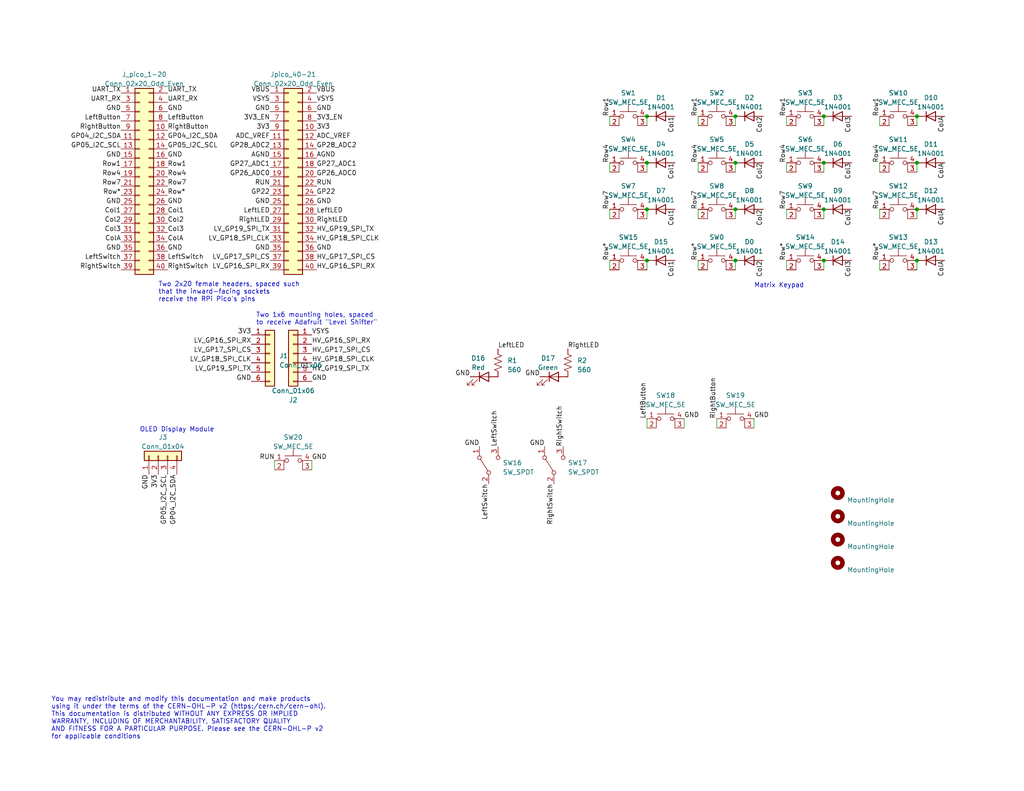
<source format=kicad_sch>
(kicad_sch (version 20230121) (generator eeschema)
  (paper "USLetter")
  (title_block (title "Cow Pi") (date "2023-07-30") (rev "mk3c") (comment 1 "This source describes Open Hardware and is licensed under the CERN-OHLP v2.") (comment 2 "Copyright (c) 2023 Christopher A. Bohn") (comment 3 "Display Module: I2c-controlled, pre-packaged SSD13xx 128x64 OLED graphic display") (comment 4 "Microcontroller: Raspberry Pi Pico -- 3.3V with GP16-GP19 pins boosted to 5V"))
  (lib_symbols
    (symbol "Connector_Generic:Conn_01x04" (pin_names (offset 1.016) hide)
      (property "Reference" "J" (at 0 5.08 0))
      (property "Value" "Conn_01x04" (at 0 -7.62 0))
      (symbol "Conn_01x04_1_1"
        (rectangle (start -1.27 -4.953) (end 0 -5.207) (stroke (width 0.1524)))
        (rectangle (start -1.27 -2.413) (end 0 -2.667) (stroke (width 0.1524)))
        (rectangle (start -1.27 0.127) (end 0 -0.127) (stroke (width 0.1524)))
        (rectangle (start -1.27 2.667) (end 0 2.413) (stroke (width 0.1524)))
        (rectangle (start -1.27 3.81) (end 1.27 -6.35) (stroke (width 0.254)) (fill (type background)))
        (pin passive line (at -5.08 2.54 0) (length 3.81) (name "Pin_1") (number "1"))
        (pin passive line (at -5.08 0 0) (length 3.81) (name "Pin_2") (number "2"))
        (pin passive line (at -5.08 -2.54 0) (length 3.81) (name "Pin_3") (number "3"))
        (pin passive line (at -5.08 -5.08 0) (length 3.81) (name "Pin_4") (number "4"))
      )
    )
    (symbol "Connector_Generic:Conn_01x06" (pin_names (offset 1.016) hide)
      (property "Reference" "J" (at 0 7.62 0))
      (property "Value" "Conn_01x06" (at 0 -10.16 0))
      (symbol "Conn_01x06_1_1"
        (rectangle (start -1.27 -7.493) (end 0 -7.747) (stroke (width 0.1524)))
        (rectangle (start -1.27 -4.953) (end 0 -5.207) (stroke (width 0.1524)))
        (rectangle (start -1.27 -2.413) (end 0 -2.667) (stroke (width 0.1524)))
        (rectangle (start -1.27 0.127) (end 0 -0.127) (stroke (width 0.1524)))
        (rectangle (start -1.27 2.667) (end 0 2.413) (stroke (width 0.1524)))
        (rectangle (start -1.27 5.207) (end 0 4.953) (stroke (width 0.1524)))
        (rectangle (start -1.27 6.35) (end 1.27 -8.89) (stroke (width 0.254)) (fill (type background)))
        (pin passive line (at -5.08 5.08 0) (length 3.81) (name "Pin_1") (number "1"))
        (pin passive line (at -5.08 2.54 0) (length 3.81) (name "Pin_2") (number "2"))
        (pin passive line (at -5.08 0 0) (length 3.81) (name "Pin_3") (number "3"))
        (pin passive line (at -5.08 -2.54 0) (length 3.81) (name "Pin_4") (number "4"))
        (pin passive line (at -5.08 -5.08 0) (length 3.81) (name "Pin_5") (number "5"))
        (pin passive line (at -5.08 -7.62 0) (length 3.81) (name "Pin_6") (number "6"))
      )
    )
    (symbol "Connector_Generic:Conn_02x20_Odd_Even" (pin_names (offset 1.016) hide)
      (property "Reference" "J" (at 1.27 25.4 0))
      (property "Value" "Conn_02x20_Odd_Even" (at 1.27 -27.94 0))
      (symbol "Conn_02x20_Odd_Even_1_1"
        (rectangle (start -1.27 -25.273) (end 0 -25.527) (stroke (width 0.1524)))
        (rectangle (start -1.27 -22.733) (end 0 -22.987) (stroke (width 0.1524)))
        (rectangle (start -1.27 -20.193) (end 0 -20.447) (stroke (width 0.1524)))
        (rectangle (start -1.27 -17.653) (end 0 -17.907) (stroke (width 0.1524)))
        (rectangle (start -1.27 -15.113) (end 0 -15.367) (stroke (width 0.1524)))
        (rectangle (start -1.27 -12.573) (end 0 -12.827) (stroke (width 0.1524)))
        (rectangle (start -1.27 -10.033) (end 0 -10.287) (stroke (width 0.1524)))
        (rectangle (start -1.27 -7.493) (end 0 -7.747) (stroke (width 0.1524)))
        (rectangle (start -1.27 -4.953) (end 0 -5.207) (stroke (width 0.1524)))
        (rectangle (start -1.27 -2.413) (end 0 -2.667) (stroke (width 0.1524)))
        (rectangle (start -1.27 0.127) (end 0 -0.127) (stroke (width 0.1524)))
        (rectangle (start -1.27 2.667) (end 0 2.413) (stroke (width 0.1524)))
        (rectangle (start -1.27 5.207) (end 0 4.953) (stroke (width 0.1524)))
        (rectangle (start -1.27 7.747) (end 0 7.493) (stroke (width 0.1524)))
        (rectangle (start -1.27 10.287) (end 0 10.033) (stroke (width 0.1524)))
        (rectangle (start -1.27 12.827) (end 0 12.573) (stroke (width 0.1524)))
        (rectangle (start -1.27 15.367) (end 0 15.113) (stroke (width 0.1524)))
        (rectangle (start -1.27 17.907) (end 0 17.653) (stroke (width 0.1524)))
        (rectangle (start -1.27 20.447) (end 0 20.193) (stroke (width 0.1524)))
        (rectangle (start -1.27 22.987) (end 0 22.733) (stroke (width 0.1524)))
        (rectangle (start -1.27 24.13) (end 3.81 -26.67) (stroke (width 0.254)) (fill (type background)))
        (rectangle (start 3.81 -25.273) (end 2.54 -25.527) (stroke (width 0.1524)))
        (rectangle (start 3.81 -22.733) (end 2.54 -22.987) (stroke (width 0.1524)))
        (rectangle (start 3.81 -20.193) (end 2.54 -20.447) (stroke (width 0.1524)))
        (rectangle (start 3.81 -17.653) (end 2.54 -17.907) (stroke (width 0.1524)))
        (rectangle (start 3.81 -15.113) (end 2.54 -15.367) (stroke (width 0.1524)))
        (rectangle (start 3.81 -12.573) (end 2.54 -12.827) (stroke (width 0.1524)))
        (rectangle (start 3.81 -10.033) (end 2.54 -10.287) (stroke (width 0.1524)))
        (rectangle (start 3.81 -7.493) (end 2.54 -7.747) (stroke (width 0.1524)))
        (rectangle (start 3.81 -4.953) (end 2.54 -5.207) (stroke (width 0.1524)))
        (rectangle (start 3.81 -2.413) (end 2.54 -2.667) (stroke (width 0.1524)))
        (rectangle (start 3.81 0.127) (end 2.54 -0.127) (stroke (width 0.1524)))
        (rectangle (start 3.81 2.667) (end 2.54 2.413) (stroke (width 0.1524)))
        (rectangle (start 3.81 5.207) (end 2.54 4.953) (stroke (width 0.1524)))
        (rectangle (start 3.81 7.747) (end 2.54 7.493) (stroke (width 0.1524)))
        (rectangle (start 3.81 10.287) (end 2.54 10.033) (stroke (width 0.1524)))
        (rectangle (start 3.81 12.827) (end 2.54 12.573) (stroke (width 0.1524)))
        (rectangle (start 3.81 15.367) (end 2.54 15.113) (stroke (width 0.1524)))
        (rectangle (start 3.81 17.907) (end 2.54 17.653) (stroke (width 0.1524)))
        (rectangle (start 3.81 20.447) (end 2.54 20.193) (stroke (width 0.1524)))
        (rectangle (start 3.81 22.987) (end 2.54 22.733) (stroke (width 0.1524)))
        (pin passive line (at -5.08 22.86 0) (length 3.81) (name "Pin_1") (number "1"))
        (pin passive line (at 7.62 12.7 180) (length 3.81) (name "Pin_10") (number "10"))
        (pin passive line (at -5.08 10.16 0) (length 3.81) (name "Pin_11") (number "11"))
        (pin passive line (at 7.62 10.16 180) (length 3.81) (name "Pin_12") (number "12"))
        (pin passive line (at -5.08 7.62 0) (length 3.81) (name "Pin_13") (number "13"))
        (pin passive line (at 7.62 7.62 180) (length 3.81) (name "Pin_14") (number "14"))
        (pin passive line (at -5.08 5.08 0) (length 3.81) (name "Pin_15") (number "15"))
        (pin passive line (at 7.62 5.08 180) (length 3.81) (name "Pin_16") (number "16"))
        (pin passive line (at -5.08 2.54 0) (length 3.81) (name "Pin_17") (number "17"))
        (pin passive line (at 7.62 2.54 180) (length 3.81) (name "Pin_18") (number "18"))
        (pin passive line (at -5.08 0 0) (length 3.81) (name "Pin_19") (number "19"))
        (pin passive line (at 7.62 22.86 180) (length 3.81) (name "Pin_2") (number "2"))
        (pin passive line (at 7.62 0 180) (length 3.81) (name "Pin_20") (number "20"))
        (pin passive line (at -5.08 -2.54 0) (length 3.81) (name "Pin_21") (number "21"))
        (pin passive line (at 7.62 -2.54 180) (length 3.81) (name "Pin_22") (number "22"))
        (pin passive line (at -5.08 -5.08 0) (length 3.81) (name "Pin_23") (number "23"))
        (pin passive line (at 7.62 -5.08 180) (length 3.81) (name "Pin_24") (number "24"))
        (pin passive line (at -5.08 -7.62 0) (length 3.81) (name "Pin_25") (number "25"))
        (pin passive line (at 7.62 -7.62 180) (length 3.81) (name "Pin_26") (number "26"))
        (pin passive line (at -5.08 -10.16 0) (length 3.81) (name "Pin_27") (number "27"))
        (pin passive line (at 7.62 -10.16 180) (length 3.81) (name "Pin_28") (number "28"))
        (pin passive line (at -5.08 -12.7 0) (length 3.81) (name "Pin_29") (number "29"))
        (pin passive line (at -5.08 20.32 0) (length 3.81) (name "Pin_3") (number "3"))
        (pin passive line (at 7.62 -12.7 180) (length 3.81) (name "Pin_30") (number "30"))
        (pin passive line (at -5.08 -15.24 0) (length 3.81) (name "Pin_31") (number "31"))
        (pin passive line (at 7.62 -15.24 180) (length 3.81) (name "Pin_32") (number "32"))
        (pin passive line (at -5.08 -17.78 0) (length 3.81) (name "Pin_33") (number "33"))
        (pin passive line (at 7.62 -17.78 180) (length 3.81) (name "Pin_34") (number "34"))
        (pin passive line (at -5.08 -20.32 0) (length 3.81) (name "Pin_35") (number "35"))
        (pin passive line (at 7.62 -20.32 180) (length 3.81) (name "Pin_36") (number "36"))
        (pin passive line (at -5.08 -22.86 0) (length 3.81) (name "Pin_37") (number "37"))
        (pin passive line (at 7.62 -22.86 180) (length 3.81) (name "Pin_38") (number "38"))
        (pin passive line (at -5.08 -25.4 0) (length 3.81) (name "Pin_39") (number "39"))
        (pin passive line (at 7.62 20.32 180) (length 3.81) (name "Pin_4") (number "4"))
        (pin passive line (at 7.62 -25.4 180) (length 3.81) (name "Pin_40") (number "40"))
        (pin passive line (at -5.08 17.78 0) (length 3.81) (name "Pin_5") (number "5"))
        (pin passive line (at 7.62 17.78 180) (length 3.81) (name "Pin_6") (number "6"))
        (pin passive line (at -5.08 15.24 0) (length 3.81) (name "Pin_7") (number "7"))
        (pin passive line (at 7.62 15.24 180) (length 3.81) (name "Pin_8") (number "8"))
        (pin passive line (at -5.08 12.7 0) (length 3.81) (name "Pin_9") (number "9"))
      )
    )
    (symbol "Device:LED" (pin_numbers hide) (pin_names (offset 1.016) hide)
      (property "Reference" "D" (at 0 2.54 0))
      (property "Value" "LED" (at 0 -2.54 0))
      (symbol "LED_0_1"
        (polyline (pts (xy -1.27 -1.27) (xy -1.27 1.27)) (stroke (width 0.254)))
        (polyline (pts (xy -1.27 0) (xy 1.27 0)))
        (polyline (pts (xy 1.27 -1.27) (xy 1.27 1.27) (xy -1.27 0) (xy 1.27 -1.27)) (stroke (width 0.254)))
        (polyline (pts (xy -3.048 -0.762) (xy -4.572 -2.286) (xy -3.81 -2.286) (xy -4.572 -2.286) (xy -4.572 -1.524)))
        (polyline (pts (xy -1.778 -0.762) (xy -3.302 -2.286) (xy -2.54 -2.286) (xy -3.302 -2.286) (xy -3.302 -1.524)))
      )
      (symbol "LED_1_1"
        (pin passive line (at -3.81 0 0) (length 2.54) (name "K") (number "1"))
        (pin passive line (at 3.81 0 180) (length 2.54) (name "A") (number "2"))
      )
    )
    (symbol "Device:R_US" (pin_numbers hide) (pin_names (offset 0))
      (property "Reference" "R" (at 2.54 0 90))
      (property "Value" "R_US" (at -2.54 0 90))
      (symbol "R_US_0_1"
        (polyline (pts (xy 0 -2.286) (xy 0 -2.54)))
        (polyline (pts (xy 0 2.286) (xy 0 2.54)))
        (polyline (pts (xy 0 -0.762) (xy 1.016 -1.143) (xy 0 -1.524) (xy -1.016 -1.905) (xy 0 -2.286)))
        (polyline (pts (xy 0 0.762) (xy 1.016 0.381) (xy 0 0) (xy -1.016 -0.381) (xy 0 -0.762)))
        (polyline (pts (xy 0 2.286) (xy 1.016 1.905) (xy 0 1.524) (xy -1.016 1.143) (xy 0 0.762)))
      )
      (symbol "R_US_1_1"
        (pin passive line (at 0 3.81 270) (length 1.27) (name "~") (number "1"))
        (pin passive line (at 0 -3.81 90) (length 1.27) (name "~") (number "2"))
      )
    )
    (symbol "Diode:1N4001" (pin_numbers hide) (pin_names hide)
      (property "Reference" "D" (at 0 2.54 0))
      (property "Value" "1N4001" (at 0 -2.54 0))
      (symbol "1N4001_0_1"
        (polyline (pts (xy -1.27 1.27) (xy -1.27 -1.27)) (stroke (width 0.254)))
        (polyline (pts (xy 1.27 0) (xy -1.27 0)))
        (polyline (pts (xy 1.27 1.27) (xy 1.27 -1.27) (xy -1.27 0) (xy 1.27 1.27)) (stroke (width 0.254)))
      )
      (symbol "1N4001_1_1"
        (pin passive line (at -3.81 0 0) (length 2.54) (name "K") (number "1"))
        (pin passive line (at 3.81 0 180) (length 2.54) (name "A") (number "2"))
      )
    )
    (symbol "Mechanical:MountingHole" (pin_names (offset 1.016))
      (property "Reference" "H" (at 0 5.08 0))
      (property "Value" "MountingHole" (at 0 3.175 0))
      (symbol "MountingHole_0_1"
        (circle (center 0 0) (radius 1.27) (stroke (width 1.27)))
      )
    )
    (symbol "Switch:SW_MEC_5E" (pin_names (offset 1.016) hide)
      (property "Reference" "SW" (at 0.635 5.715 0))
      (property "Value" "SW_MEC_5E" (at 0 -3.175 0))
      (symbol "SW_MEC_5E_0_1"
        (circle (center -1.778 2.54) (radius 0.508))
        (polyline (pts (xy -2.286 3.81) (xy 2.286 3.81)))
        (polyline (pts (xy 0 3.81) (xy 0 5.588)))
        (polyline (pts (xy -2.54 0) (xy -2.54 2.54) (xy -2.286 2.54)))
        (polyline (pts (xy 2.54 0) (xy 2.54 2.54) (xy 2.286 2.54)))
        (circle (center 1.778 2.54) (radius 0.508))
        (pin passive line (at -5.08 2.54 0) (length 2.54) (name "1") (number "1"))
        (pin passive line (at -5.08 0 0) (length 2.54) (name "2") (number "2"))
        (pin passive line (at 5.08 0 180) (length 2.54) (name "K") (number "3"))
        (pin passive line (at 5.08 2.54 180) (length 2.54) (name "A") (number "4"))
      )
    )
    (symbol "Switch:SW_SPDT" (pin_names (offset 0) hide)
      (property "Reference" "SW" (at 0 4.318 0))
      (property "Value" "SW_SPDT" (at 0 -5.08 0))
      (symbol "SW_SPDT_0_0"
        (circle (center -2.032 0) (radius 0.508))
        (circle (center 2.032 -2.54) (radius 0.508))
      )
      (symbol "SW_SPDT_0_1"
        (polyline (pts (xy -1.524 0.254) (xy 1.651 2.286)))
        (circle (center 2.032 2.54) (radius 0.508))
      )
      (symbol "SW_SPDT_1_1"
        (pin passive line (at 5.08 2.54 180) (length 2.54) (name "A") (number "1"))
        (pin passive line (at -5.08 0 0) (length 2.54) (name "B") (number "2"))
        (pin passive line (at 5.08 -2.54 180) (length 2.54) (name "C") (number "3"))
      )
    )
  )
  (junction (at 224.79 71.12))
  (junction (at 176.53 57.15))
  (junction (at 176.53 44.45))
  (junction (at 200.66 31.75))
  (junction (at 250.19 31.75))
  (junction (at 200.66 44.45))
  (junction (at 250.19 57.15))
  (junction (at 200.66 57.15))
  (junction (at 176.53 31.75))
  (junction (at 250.19 44.45))
  (junction (at 200.66 71.12))
  (junction (at 224.79 44.45))
  (junction (at 224.79 31.75))
  (junction (at 224.79 57.15))
  (junction (at 176.53 71.12))
  (junction (at 250.19 71.12))
  (wire (pts (xy 186.69 114.3) (xy 186.69 116.84)))
  (wire (pts (xy 190.5 57.15) (xy 190.5 59.69)))
  (wire (pts (xy 240.03 71.12) (xy 240.03 73.66)))
  (wire (pts (xy 176.53 114.3) (xy 176.53 116.84)))
  (wire (pts (xy 176.53 31.75) (xy 176.53 34.29)))
  (wire (pts (xy 85.09 125.73) (xy 85.09 128.27)))
  (wire (pts (xy 214.63 31.75) (xy 214.63 34.29)))
  (wire (pts (xy 200.66 71.12) (xy 200.66 73.66)))
  (wire (pts (xy 200.66 44.45) (xy 200.66 46.99)))
  (wire (pts (xy 200.66 31.75) (xy 200.66 34.29)))
  (wire (pts (xy 205.74 114.3) (xy 205.74 116.84)))
  (wire (pts (xy 224.79 44.45) (xy 224.79 46.99)))
  (wire (pts (xy 200.66 57.15) (xy 200.66 59.69)))
  (wire (pts (xy 190.5 44.45) (xy 190.5 46.99)))
  (wire (pts (xy 240.03 31.75) (xy 240.03 34.29)))
  (wire (pts (xy 250.19 71.12) (xy 250.19 73.66)))
  (wire (pts (xy 214.63 44.45) (xy 214.63 46.99)))
  (wire (pts (xy 190.5 31.75) (xy 190.5 34.29)))
  (wire (pts (xy 224.79 57.15) (xy 224.79 59.69)))
  (wire (pts (xy 214.63 71.12) (xy 214.63 73.66)))
  (wire (pts (xy 224.79 31.75) (xy 224.79 34.29)))
  (wire (pts (xy 250.19 44.45) (xy 250.19 46.99)))
  (wire (pts (xy 240.03 44.45) (xy 240.03 46.99)))
  (wire (pts (xy 166.37 31.75) (xy 166.37 34.29)))
  (wire (pts (xy 240.03 57.15) (xy 240.03 59.69)))
  (wire (pts (xy 190.5 71.12) (xy 190.5 73.66)))
  (wire (pts (xy 166.37 71.12) (xy 166.37 73.66)))
  (wire (pts (xy 166.37 44.45) (xy 166.37 46.99)))
  (wire (pts (xy 166.37 57.15) (xy 166.37 59.69)))
  (wire (pts (xy 176.53 44.45) (xy 176.53 46.99)))
  (wire (pts (xy 195.58 114.3) (xy 195.58 116.84)))
  (wire (pts (xy 250.19 31.75) (xy 250.19 34.29)))
  (wire (pts (xy 74.93 125.73) (xy 74.93 128.27)))
  (wire (pts (xy 176.53 71.12) (xy 176.53 73.66)))
  (wire (pts (xy 250.19 57.15) (xy 250.19 59.69)))
  (wire (pts (xy 214.63 57.15) (xy 214.63 59.69)))
  (wire (pts (xy 176.53 57.15) (xy 176.53 59.69)))
  (wire (pts (xy 224.79 71.12) (xy 224.79 73.66)))
  (text "OLED Display Module" (at 38.1 118.11 0) (effects (font (size 1.27 1.27)) (justify left bottom)))
  (text "Two 1x6 mounting holes, spaced\nto receive Adafruit \"Level Shifter\"" (at 69.85 88.9 0) (effects (font (size 1.27 1.27)) (justify left bottom)))
  (text "Matrix Keypad" (at 205.74 78.74 0) (effects (font (size 1.27 1.27)) (justify left bottom)))
  (text "You may redistribute and modify this documentation and make products\nusing it under the terms of the CERN-OHL-P v2 (https:/cern.ch/cern-ohl).\nThis documentation is distributed WITHOUT ANY EXPRESS OR IMPLIED\nWARRANTY, INCLUDING OF MERCHANTABILITY, SATISFACTORY QUALITY\nAND FITNESS FOR A PARTICULAR PURPOSE. Please see the CERN-OHL-P v2\nfor applicable conditions" (at 13.97 201.93 0) (effects (font (size 1.27 1.27)) (justify left bottom)))
  (text "Two 2x20 female headers, spaced such\nthat the inward-facing sockets\nreceive the RPi Pico's pins" (at 43.18 82.55 0) (effects (font (size 1.27 1.27)) (justify left bottom)))
  (label "Row*" (at 190.5 71.12 90))
  (label "GP22" (at 73.66 53.34 180))
  (label "LV_GP18_SPI_CLK" (at 68.58 99.06 180))
  (label "GND" (at 128.27 102.87 180))
  (label "ColA" (at 257.81 57.15 270))
  (label "RUN" (at 86.36 50.8 0))
  (label "GND" (at 33.02 68.58 180))
  (label "Row4" (at 214.63 44.45 90))
  (label "3V3" (at 43.18 129.54 270))
  (label "Row1" (at 45.72 45.72 0))
  (label "RightButton" (at 195.58 114.3 90))
  (label "Col1" (at 184.15 71.12 270))
  (label "LeftButton" (at 176.53 114.3 90))
  (label "GND" (at 85.09 104.14 0))
  (label "GP04_I2C_SDA" (at 33.02 38.1 180))
  (label "HV_GP19_SPI_TX" (at 86.36 63.5 0))
  (label "RUN" (at 74.93 125.73 180))
  (label "Row1" (at 240.03 31.75 90))
  (label "LeftButton" (at 33.02 33.02 180))
  (label "UART_RX" (at 33.02 27.94 180))
  (label "Col1" (at 184.15 31.75 270))
  (label "Col3" (at 45.72 63.5 0))
  (label "GND" (at 45.72 68.58 0))
  (label "LV_GP17_SPI_CS" (at 68.58 96.52 180))
  (label "3V3_EN" (at 73.66 33.02 180))
  (label "LeftLED" (at 73.66 58.42 180))
  (label "GP27_ADC1" (at 86.36 45.72 0))
  (label "Row7" (at 190.5 57.15 90))
  (label "LeftButton" (at 45.72 33.02 0))
  (label "GND" (at 33.02 30.48 180))
  (label "3V3_EN" (at 86.36 33.02 0))
  (label "HV_GP18_SPI_CLK" (at 85.09 99.06 0))
  (label "Col2" (at 208.28 31.75 270))
  (label "LeftSwitch" (at 135.89 121.92 90))
  (label "GND" (at 186.69 114.3 0))
  (label "GP28_ADC2" (at 73.66 40.64 180))
  (label "GND" (at 73.66 30.48 180))
  (label "ADC_VREF" (at 73.66 38.1 180))
  (label "GND" (at 45.72 30.48 0))
  (label "RightButton" (at 33.02 35.56 180))
  (label "VSYS" (at 73.66 27.94 180))
  (label "LV_GP19_SPI_TX" (at 68.58 101.6 180))
  (label "Row1" (at 166.37 31.75 90))
  (label "GP28_ADC2" (at 86.36 40.64 0))
  (label "Row7" (at 33.02 50.8 180))
  (label "HV_GP17_SPI_CS" (at 86.36 71.12 0))
  (label "GP26_ADC0" (at 73.66 48.26 180))
  (label "ColA" (at 257.81 44.45 270))
  (label "Col1" (at 45.72 58.42 0))
  (label "Row*" (at 33.02 53.34 180))
  (label "Row1" (at 190.5 31.75 90))
  (label "Row*" (at 45.72 53.34 0))
  (label "3V3" (at 73.66 35.56 180))
  (label "Row*" (at 240.03 71.12 90))
  (label "GND" (at 86.36 30.48 0))
  (label "ColA" (at 257.81 71.12 270))
  (label "Row4" (at 33.02 48.26 180))
  (label "GND" (at 86.36 55.88 0))
  (label "Row4" (at 240.03 44.45 90))
  (label "RightSwitch" (at 153.67 121.92 90))
  (label "GP05_I2C_SCL" (at 33.02 40.64 180))
  (label "Col3" (at 232.41 31.75 270))
  (label "3V3" (at 86.36 35.56 0))
  (label "Row*" (at 166.37 71.12 90))
  (label "RUN" (at 73.66 50.8 180))
  (label "GP05_I2C_SCL" (at 45.72 40.64 0))
  (label "GND" (at 45.72 55.88 0))
  (label "Row*" (at 214.63 71.12 90))
  (label "GND" (at 130.81 121.92 180))
  (label "Col2" (at 33.02 60.96 180))
  (label "RightLED" (at 154.94 95.25 0))
  (label "GP04_I2C_SDA" (at 48.26 129.54 270))
  (label "GND" (at 85.09 125.73 0))
  (label "HV_GP16_SPI_RX" (at 85.09 93.98 0))
  (label "ADC_VREF" (at 86.36 38.1 0))
  (label "LeftSwitch" (at 133.35 132.08 270))
  (label "Col2" (at 208.28 71.12 270))
  (label "ColA" (at 33.02 66.04 180))
  (label "Row7" (at 214.63 57.15 90))
  (label "UART_TX" (at 33.02 25.4 180))
  (label "UART_RX" (at 45.72 27.94 0))
  (label "Col1" (at 33.02 58.42 180))
  (label "LeftSwitch" (at 45.72 71.12 0))
  (label "RightSwitch" (at 33.02 73.66 180))
  (label "HV_GP18_SPI_CLK" (at 86.36 66.04 0))
  (label "VSYS" (at 85.09 91.44 0))
  (label "LV_GP19_SPI_TX" (at 73.66 63.5 180))
  (label "LV_GP16_SPI_RX" (at 68.58 93.98 180))
  (label "RightSwitch" (at 45.72 73.66 0))
  (label "Row4" (at 190.5 44.45 90))
  (label "VBUS" (at 73.66 25.4 180))
  (label "ColA" (at 257.81 31.75 270))
  (label "RightLED" (at 86.36 60.96 0))
  (label "GND" (at 33.02 43.18 180))
  (label "Row7" (at 166.37 57.15 90))
  (label "GND" (at 147.32 102.87 180))
  (label "Col1" (at 184.15 44.45 270))
  (label "Row1" (at 214.63 31.75 90))
  (label "LeftSwitch" (at 33.02 71.12 180))
  (label "Col2" (at 45.72 60.96 0))
  (label "HV_GP17_SPI_CS" (at 85.09 96.52 0))
  (label "GND" (at 40.64 129.54 270))
  (label "Row7" (at 240.03 57.15 90))
  (label "Row7" (at 45.72 50.8 0))
  (label "AGND" (at 86.36 43.18 0))
  (label "Row4" (at 45.72 48.26 0))
  (label "LV_GP17_SPI_CS" (at 73.66 71.12 180))
  (label "Row4" (at 166.37 44.45 90))
  (label "Col2" (at 208.28 57.15 270))
  (label "3V3" (at 68.58 91.44 180))
  (label "Col1" (at 184.15 57.15 270))
  (label "GND" (at 86.36 68.58 0))
  (label "LeftLED" (at 86.36 58.42 0))
  (label "RightLED" (at 73.66 60.96 180))
  (label "GP05_I2C_SCL" (at 45.72 129.54 270))
  (label "LeftLED" (at 135.89 95.25 0))
  (label "Col3" (at 232.41 71.12 270))
  (label "HV_GP16_SPI_RX" (at 86.36 73.66 0))
  (label "Col3" (at 232.41 57.15 270))
  (label "Col3" (at 33.02 63.5 180))
  (label "GND" (at 148.59 121.92 180))
  (label "RightButton" (at 45.72 35.56 0))
  (label "GP22" (at 86.36 53.34 0))
  (label "GND" (at 73.66 68.58 180))
  (label "Col2" (at 208.28 44.45 270))
  (label "GP26_ADC0" (at 86.36 48.26 0))
  (label "VSYS" (at 86.36 27.94 0))
  (label "AGND" (at 73.66 43.18 180))
  (label "GND" (at 205.74 114.3 0))
  (label "GND" (at 45.72 43.18 0))
  (label "LV_GP16_SPI_RX" (at 73.66 73.66 180))
  (label "GP27_ADC1" (at 73.66 45.72 180))
  (label "LV_GP18_SPI_CLK" (at 73.66 66.04 180))
  (label "GND" (at 33.02 55.88 180))
  (label "ColA" (at 45.72 66.04 0))
  (label "GND" (at 68.58 104.14 180))
  (label "Col3" (at 232.41 44.45 270))
  (label "GND" (at 73.66 55.88 180))
  (label "GP04_I2C_SDA" (at 45.72 38.1 0))
  (label "Row1" (at 33.02 45.72 180))
  (label "RightSwitch" (at 151.13 132.08 270))
  (label "VBUS" (at 86.36 25.4 0))
  (label "HV_GP19_SPI_TX" (at 85.09 101.6 0))
  (label "UART_TX" (at 45.72 25.4 0))
  (symbol (lib_id "Switch:SW_MEC_5E") (at 219.71 59.69 0) (unit 1)
    (property "Reference" "SW9" (at 219.71 50.8 0))
    (property "Value" "SW_MEC_5E" (at 219.71 53.34 0))
    (property "Footprint" "Button_Switch_THT:SW_PUSH_6mm" (effects hide))
    (property "Datasheet" "http://www.apem.com/int/index.php?controller=attachment&id_attachment=1371" (effects hide))
  )
  (symbol (lib_id "Switch:SW_SPDT") (at 133.35 127 90) (unit 1)
    (property "Reference" "SW16" (at 137.16 126.365 90) (effects (justify right)))
    (property "Value" "SW_SPDT" (at 137.16 128.905 90) (effects (justify right)))
    (property "Footprint" "Button_Switch_THT:SW_Slide_1P2T_CK_OS102011MS2Q" (effects hide))
  )
  (symbol (lib_id "Switch:SW_MEC_5E") (at 80.01 128.27 0) (unit 1)
    (property "Reference" "SW20" (at 80.01 119.38 0))
    (property "Value" "SW_MEC_5E" (at 80.01 121.92 0))
    (property "Footprint" "Button_Switch_THT:SW_PUSH_6mm" (effects hide))
    (property "Datasheet" "http://www.apem.com/int/index.php?controller=attachment&id_attachment=1371" (effects hide))
  )
  (symbol (lib_id "Diode:1N4001") (at 254 44.45 0) (unit 1)
    (property "Reference" "D11" (at 254 39.37 0))
    (property "Value" "1N4001" (at 254 41.91 0))
    (property "Footprint" "Diode_THT:D_DO-41_SOD81_P3.81mm_Vertical_AnodeUp" (effects hide))
    (property "Datasheet" "http://www.vishay.com/docs/88503/1n4001.pdf" (effects hide))
    (property "Sim.Device" "D" (effects hide))
    (property "Sim.Pins" "1=K 2=A" (effects hide))
  )
  (symbol (lib_id "Diode:1N4001") (at 254 57.15 0) (unit 1)
    (property "Reference" "D12" (at 254 52.07 0))
    (property "Value" "1N4001" (at 254 54.61 0))
    (property "Footprint" "Diode_THT:D_DO-41_SOD81_P3.81mm_Vertical_AnodeUp" (effects hide))
    (property "Datasheet" "http://www.vishay.com/docs/88503/1n4001.pdf" (effects hide))
    (property "Sim.Device" "D" (effects hide))
    (property "Sim.Pins" "1=K 2=A" (effects hide))
  )
  (symbol (lib_id "Switch:SW_MEC_5E") (at 245.11 46.99 0) (unit 1)
    (property "Reference" "SW11" (at 245.11 38.1 0))
    (property "Value" "SW_MEC_5E" (at 245.11 40.64 0))
    (property "Footprint" "Button_Switch_THT:SW_PUSH_6mm" (effects hide))
    (property "Datasheet" "http://www.apem.com/int/index.php?controller=attachment&id_attachment=1371" (effects hide))
  )
  (symbol (lib_id "Switch:SW_MEC_5E") (at 245.11 59.69 0) (unit 1)
    (property "Reference" "SW12" (at 245.11 50.8 0))
    (property "Value" "SW_MEC_5E" (at 245.11 53.34 0))
    (property "Footprint" "Button_Switch_THT:SW_PUSH_6mm" (effects hide))
    (property "Datasheet" "http://www.apem.com/int/index.php?controller=attachment&id_attachment=1371" (effects hide))
  )
  (symbol (lib_id "Diode:1N4001") (at 204.47 44.45 0) (unit 1)
    (property "Reference" "D5" (at 204.47 39.37 0))
    (property "Value" "1N4001" (at 204.47 41.91 0))
    (property "Footprint" "Diode_THT:D_DO-41_SOD81_P3.81mm_Vertical_AnodeUp" (effects hide))
    (property "Datasheet" "http://www.vishay.com/docs/88503/1n4001.pdf" (effects hide))
    (property "Sim.Device" "D" (effects hide))
    (property "Sim.Pins" "1=K 2=A" (effects hide))
  )
  (symbol (lib_id "Device:LED") (at 132.08 102.87 0) (unit 1)
    (property "Reference" "D16" (at 130.4925 97.79 0))
    (property "Value" "Red" (at 130.4925 100.33 0))
    (property "Footprint" "LED_THT:LED_D5.0mm" (effects hide))
  )
  (symbol (lib_id "Diode:1N4001") (at 204.47 71.12 0) (unit 1)
    (property "Reference" "D0" (at 204.47 66.04 0))
    (property "Value" "1N4001" (at 204.47 68.58 0))
    (property "Footprint" "Diode_THT:D_DO-41_SOD81_P3.81mm_Vertical_AnodeUp" (effects hide))
    (property "Datasheet" "http://www.vishay.com/docs/88503/1n4001.pdf" (effects hide))
    (property "Sim.Device" "D" (effects hide))
    (property "Sim.Pins" "1=K 2=A" (effects hide))
  )
  (symbol (lib_id "Switch:SW_SPDT") (at 151.13 127 90) (unit 1)
    (property "Reference" "SW17" (at 154.94 126.365 90) (effects (justify right)))
    (property "Value" "SW_SPDT" (at 154.94 128.905 90) (effects (justify right)))
    (property "Footprint" "Button_Switch_THT:SW_Slide_1P2T_CK_OS102011MS2Q" (effects hide))
  )
  (symbol (lib_id "Diode:1N4001") (at 180.34 31.75 0) (unit 1)
    (property "Reference" "D1" (at 180.34 26.67 0))
    (property "Value" "1N4001" (at 180.34 29.21 0))
    (property "Footprint" "Diode_THT:D_DO-41_SOD81_P3.81mm_Vertical_AnodeUp" (effects hide))
    (property "Datasheet" "http://www.vishay.com/docs/88503/1n4001.pdf" (effects hide))
    (property "Sim.Device" "D" (effects hide))
    (property "Sim.Pins" "1=K 2=A" (effects hide))
  )
  (symbol (lib_id "Mechanical:MountingHole") (at 228.6 153.67 0) (unit 1)
    (property "Reference" "H4" (effects hide))
    (property "Value" "MountingHole" (at 231.14 155.575 0) (effects (justify left)))
    (property "Footprint" "MountingHole:MountingHole_3mm_Pad" (effects hide))
  )
  (symbol (lib_id "Switch:SW_MEC_5E") (at 245.11 73.66 0) (unit 1)
    (property "Reference" "SW13" (at 245.11 64.77 0))
    (property "Value" "SW_MEC_5E" (at 245.11 67.31 0))
    (property "Footprint" "Button_Switch_THT:SW_PUSH_6mm" (effects hide))
    (property "Datasheet" "http://www.apem.com/int/index.php?controller=attachment&id_attachment=1371" (effects hide))
  )
  (symbol (lib_id "Connector_Generic:Conn_01x04") (at 43.18 124.46 90) (unit 1)
    (property "Reference" "J3" (at 44.45 119.38 90))
    (property "Value" "Conn_01x04" (at 44.45 121.92 90))
    (property "Footprint" "Connector_PinSocket_2.54mm:PinSocket_1x04_P2.54mm_Vertical" (effects hide))
  )
  (symbol (lib_id "Switch:SW_MEC_5E") (at 195.58 73.66 0) (unit 1)
    (property "Reference" "SW0" (at 195.58 64.77 0))
    (property "Value" "SW_MEC_5E" (at 195.58 67.31 0))
    (property "Footprint" "Button_Switch_THT:SW_PUSH_6mm" (effects hide))
    (property "Datasheet" "http://www.apem.com/int/index.php?controller=attachment&id_attachment=1371" (effects hide))
  )
  (symbol (lib_id "Mechanical:MountingHole") (at 228.6 134.62 0) (unit 1)
    (property "Reference" "H1" (effects hide))
    (property "Value" "MountingHole" (at 231.14 136.525 0) (effects (justify left)))
    (property "Footprint" "MountingHole:MountingHole_3mm_Pad" (effects hide))
  )
  (symbol (lib_id "Diode:1N4001") (at 180.34 44.45 0) (unit 1)
    (property "Reference" "D4" (at 180.34 39.37 0))
    (property "Value" "1N4001" (at 180.34 41.91 0))
    (property "Footprint" "Diode_THT:D_DO-41_SOD81_P3.81mm_Vertical_AnodeUp" (effects hide))
    (property "Datasheet" "http://www.vishay.com/docs/88503/1n4001.pdf" (effects hide))
    (property "Sim.Device" "D" (effects hide))
    (property "Sim.Pins" "1=K 2=A" (effects hide))
  )
  (symbol (lib_id "Diode:1N4001") (at 204.47 57.15 0) (unit 1)
    (property "Reference" "D8" (at 204.47 52.07 0))
    (property "Value" "1N4001" (at 204.47 54.61 0))
    (property "Footprint" "Diode_THT:D_DO-41_SOD81_P3.81mm_Vertical_AnodeUp" (effects hide))
    (property "Datasheet" "http://www.vishay.com/docs/88503/1n4001.pdf" (effects hide))
    (property "Sim.Device" "D" (effects hide))
    (property "Sim.Pins" "1=K 2=A" (effects hide))
  )
  (symbol (lib_id "Device:R_US") (at 135.89 99.06 0) (unit 1)
    (property "Reference" "R1" (at 138.43 98.425 0) (effects (justify left)))
    (property "Value" "560" (at 138.43 100.965 0) (effects (justify left)))
    (property "Footprint" "Resistor_THT:R_Axial_DIN0309_L9.0mm_D3.2mm_P2.54mm_Vertical" (effects hide))
  )
  (symbol (lib_id "Switch:SW_MEC_5E") (at 219.71 73.66 0) (unit 1)
    (property "Reference" "SW14" (at 219.71 64.77 0))
    (property "Value" "SW_MEC_5E" (at 219.71 67.31 0))
    (property "Footprint" "Button_Switch_THT:SW_PUSH_6mm" (effects hide))
    (property "Datasheet" "http://www.apem.com/int/index.php?controller=attachment&id_attachment=1371" (effects hide))
  )
  (symbol (lib_id "Diode:1N4001") (at 228.6 57.15 0) (unit 1)
    (property "Reference" "D9" (at 228.6 52.07 0))
    (property "Value" "1N4001" (at 228.6 54.61 0))
    (property "Footprint" "Diode_THT:D_DO-41_SOD81_P3.81mm_Vertical_AnodeUp" (effects hide))
    (property "Datasheet" "http://www.vishay.com/docs/88503/1n4001.pdf" (effects hide))
    (property "Sim.Device" "D" (effects hide))
    (property "Sim.Pins" "1=K 2=A" (effects hide))
  )
  (symbol (lib_id "Switch:SW_MEC_5E") (at 195.58 34.29 0) (unit 1)
    (property "Reference" "SW2" (at 195.58 25.4 0))
    (property "Value" "SW_MEC_5E" (at 195.58 27.94 0))
    (property "Footprint" "Button_Switch_THT:SW_PUSH_6mm" (effects hide))
    (property "Datasheet" "http://www.apem.com/int/index.php?controller=attachment&id_attachment=1371" (effects hide))
  )
  (symbol (lib_id "Switch:SW_MEC_5E") (at 171.45 73.66 0) (unit 1)
    (property "Reference" "SW15" (at 171.45 64.77 0))
    (property "Value" "SW_MEC_5E" (at 171.45 67.31 0))
    (property "Footprint" "Button_Switch_THT:SW_PUSH_6mm" (effects hide))
    (property "Datasheet" "http://www.apem.com/int/index.php?controller=attachment&id_attachment=1371" (effects hide))
  )
  (symbol (lib_id "Switch:SW_MEC_5E") (at 200.66 116.84 0) (unit 1)
    (property "Reference" "SW19" (at 200.66 107.95 0))
    (property "Value" "SW_MEC_5E" (at 200.66 110.49 0))
    (property "Footprint" "Button_Switch_THT:SW_PUSH_6mm" (effects hide))
    (property "Datasheet" "http://www.apem.com/int/index.php?controller=attachment&id_attachment=1371" (effects hide))
  )
  (symbol (lib_id "Diode:1N4001") (at 228.6 31.75 0) (unit 1)
    (property "Reference" "D3" (at 228.6 26.67 0))
    (property "Value" "1N4001" (at 228.6 29.21 0))
    (property "Footprint" "Diode_THT:D_DO-41_SOD81_P3.81mm_Vertical_AnodeUp" (effects hide))
    (property "Datasheet" "http://www.vishay.com/docs/88503/1n4001.pdf" (effects hide))
    (property "Sim.Device" "D" (effects hide))
    (property "Sim.Pins" "1=K 2=A" (effects hide))
  )
  (symbol (lib_id "Switch:SW_MEC_5E") (at 219.71 34.29 0) (unit 1)
    (property "Reference" "SW3" (at 219.71 25.4 0))
    (property "Value" "SW_MEC_5E" (at 219.71 27.94 0))
    (property "Footprint" "Button_Switch_THT:SW_PUSH_6mm" (effects hide))
    (property "Datasheet" "http://www.apem.com/int/index.php?controller=attachment&id_attachment=1371" (effects hide))
  )
  (symbol (lib_id "Switch:SW_MEC_5E") (at 181.61 116.84 0) (unit 1)
    (property "Reference" "SW18" (at 181.61 107.95 0))
    (property "Value" "SW_MEC_5E" (at 181.61 110.49 0))
    (property "Footprint" "Button_Switch_THT:SW_PUSH_6mm" (effects hide))
    (property "Datasheet" "http://www.apem.com/int/index.php?controller=attachment&id_attachment=1371" (effects hide))
  )
  (symbol (lib_id "Diode:1N4001") (at 204.47 31.75 0) (unit 1)
    (property "Reference" "D2" (at 204.47 26.67 0))
    (property "Value" "1N4001" (at 204.47 29.21 0))
    (property "Footprint" "Diode_THT:D_DO-41_SOD81_P3.81mm_Vertical_AnodeUp" (effects hide))
    (property "Datasheet" "http://www.vishay.com/docs/88503/1n4001.pdf" (effects hide))
    (property "Sim.Device" "D" (effects hide))
    (property "Sim.Pins" "1=K 2=A" (effects hide))
  )
  (symbol (lib_id "Diode:1N4001") (at 254 31.75 0) (unit 1)
    (property "Reference" "D10" (at 254 26.67 0))
    (property "Value" "1N4001" (at 254 29.21 0))
    (property "Footprint" "Diode_THT:D_DO-41_SOD81_P3.81mm_Vertical_AnodeUp" (effects hide))
    (property "Datasheet" "http://www.vishay.com/docs/88503/1n4001.pdf" (effects hide))
    (property "Sim.Device" "D" (effects hide))
    (property "Sim.Pins" "1=K 2=A" (effects hide))
  )
  (symbol (lib_id "Diode:1N4001") (at 180.34 71.12 0) (unit 1)
    (property "Reference" "D15" (at 180.34 66.04 0))
    (property "Value" "1N4001" (at 180.34 68.58 0))
    (property "Footprint" "Diode_THT:D_DO-41_SOD81_P3.81mm_Vertical_AnodeUp" (effects hide))
    (property "Datasheet" "http://www.vishay.com/docs/88503/1n4001.pdf" (effects hide))
    (property "Sim.Device" "D" (effects hide))
    (property "Sim.Pins" "1=K 2=A" (effects hide))
  )
  (symbol (lib_id "Connector_Generic:Conn_01x06") (at 73.66 96.52 0) (unit 1)
    (property "Reference" "J1" (at 76.2 97.155 0) (effects (justify left)))
    (property "Value" "Conn_01x06" (at 76.2 99.695 0) (effects (justify left)))
    (property "Footprint" "Connector_PinSocket_2.54mm:PinSocket_1x06_P2.54mm_Vertical" (effects hide))
  )
  (symbol (lib_id "Switch:SW_MEC_5E") (at 171.45 46.99 0) (unit 1)
    (property "Reference" "SW4" (at 171.45 38.1 0))
    (property "Value" "SW_MEC_5E" (at 171.45 40.64 0))
    (property "Footprint" "Button_Switch_THT:SW_PUSH_6mm" (effects hide))
    (property "Datasheet" "http://www.apem.com/int/index.php?controller=attachment&id_attachment=1371" (effects hide))
  )
  (symbol (lib_id "Switch:SW_MEC_5E") (at 171.45 34.29 0) (unit 1)
    (property "Reference" "SW1" (at 171.45 25.4 0))
    (property "Value" "SW_MEC_5E" (at 171.45 27.94 0))
    (property "Footprint" "Button_Switch_THT:SW_PUSH_6mm" (effects hide))
    (property "Datasheet" "http://www.apem.com/int/index.php?controller=attachment&id_attachment=1371" (effects hide))
  )
  (symbol (lib_id "Connector_Generic:Conn_02x20_Odd_Even") (at 78.74 48.26 0) (unit 1)
    (property "Reference" "Jpico_40-21" (at 80.01 20.32 0))
    (property "Value" "Conn_02x20_Odd_Even" (at 80.01 22.86 0))
    (property "Footprint" "Connector_PinHeader_2.54mm:PinHeader_2x20_P2.54mm_Vertical" (effects hide))
  )
  (symbol (lib_id "Diode:1N4001") (at 254 71.12 0) (unit 1)
    (property "Reference" "D13" (at 254 66.04 0))
    (property "Value" "1N4001" (at 254 68.58 0))
    (property "Footprint" "Diode_THT:D_DO-41_SOD81_P3.81mm_Vertical_AnodeUp" (effects hide))
    (property "Datasheet" "http://www.vishay.com/docs/88503/1n4001.pdf" (effects hide))
    (property "Sim.Device" "D" (effects hide))
    (property "Sim.Pins" "1=K 2=A" (effects hide))
  )
  (symbol (lib_id "Switch:SW_MEC_5E") (at 195.58 59.69 0) (unit 1)
    (property "Reference" "SW8" (at 195.58 50.8 0))
    (property "Value" "SW_MEC_5E" (at 195.58 53.34 0))
    (property "Footprint" "Button_Switch_THT:SW_PUSH_6mm" (effects hide))
    (property "Datasheet" "http://www.apem.com/int/index.php?controller=attachment&id_attachment=1371" (effects hide))
  )
  (symbol (lib_id "Mechanical:MountingHole") (at 228.6 147.32 0) (unit 1)
    (property "Reference" "H3" (effects hide))
    (property "Value" "MountingHole" (at 231.14 149.225 0) (effects (justify left)))
    (property "Footprint" "MountingHole:MountingHole_3mm_Pad" (effects hide))
  )
  (symbol (lib_id "Diode:1N4001") (at 228.6 44.45 0) (unit 1)
    (property "Reference" "D6" (at 228.6 39.37 0))
    (property "Value" "1N4001" (at 228.6 41.91 0))
    (property "Footprint" "Diode_THT:D_DO-41_SOD81_P3.81mm_Vertical_AnodeUp" (effects hide))
    (property "Datasheet" "http://www.vishay.com/docs/88503/1n4001.pdf" (effects hide))
    (property "Sim.Device" "D" (effects hide))
    (property "Sim.Pins" "1=K 2=A" (effects hide))
  )
  (symbol (lib_id "Switch:SW_MEC_5E") (at 219.71 46.99 0) (unit 1)
    (property "Reference" "SW6" (at 219.71 38.1 0))
    (property "Value" "SW_MEC_5E" (at 219.71 40.64 0))
    (property "Footprint" "Button_Switch_THT:SW_PUSH_6mm" (effects hide))
    (property "Datasheet" "http://www.apem.com/int/index.php?controller=attachment&id_attachment=1371" (effects hide))
  )
  (symbol (lib_id "Switch:SW_MEC_5E") (at 171.45 59.69 0) (unit 1)
    (property "Reference" "SW7" (at 171.45 50.8 0))
    (property "Value" "SW_MEC_5E" (at 171.45 53.34 0))
    (property "Footprint" "Button_Switch_THT:SW_PUSH_6mm" (effects hide))
    (property "Datasheet" "http://www.apem.com/int/index.php?controller=attachment&id_attachment=1371" (effects hide))
  )
  (symbol (lib_id "Mechanical:MountingHole") (at 228.6 140.97 0) (unit 1)
    (property "Reference" "H2" (effects hide))
    (property "Value" "MountingHole" (at 231.14 142.875 0) (effects (justify left)))
    (property "Footprint" "MountingHole:MountingHole_3mm_Pad" (effects hide))
  )
  (symbol (lib_id "Connector_Generic:Conn_02x20_Odd_Even") (at 38.1 48.26 0) (unit 1)
    (property "Reference" "J_pico_1-20" (at 39.37 20.32 0))
    (property "Value" "Conn_02x20_Odd_Even" (at 39.37 22.86 0))
    (property "Footprint" "Connector_PinHeader_2.54mm:PinHeader_2x20_P2.54mm_Vertical" (effects hide))
  )
  (symbol (lib_id "Device:LED") (at 151.13 102.87 0) (unit 1)
    (property "Reference" "D17" (at 149.5425 97.79 0))
    (property "Value" "Green" (at 149.5425 100.33 0))
    (property "Footprint" "LED_THT:LED_D5.0mm" (effects hide))
  )
  (symbol (lib_id "Device:R_US") (at 154.94 99.06 0) (unit 1)
    (property "Reference" "R2" (at 157.48 98.425 0) (effects (justify left)))
    (property "Value" "560" (at 157.48 100.965 0) (effects (justify left)))
    (property "Footprint" "Resistor_THT:R_Axial_DIN0309_L9.0mm_D3.2mm_P2.54mm_Vertical" (effects hide))
  )
  (symbol (lib_id "Switch:SW_MEC_5E") (at 245.11 34.29 0) (unit 1)
    (property "Reference" "SW10" (at 245.11 25.4 0))
    (property "Value" "SW_MEC_5E" (at 245.11 27.94 0))
    (property "Footprint" "Button_Switch_THT:SW_PUSH_6mm" (effects hide))
    (property "Datasheet" "http://www.apem.com/int/index.php?controller=attachment&id_attachment=1371" (effects hide))
  )
  (symbol (lib_id "Connector_Generic:Conn_01x06") (at 80.01 96.52 0) (mirror y) (unit 1)
    (property "Reference" "J2" (at 80.01 109.22 0))
    (property "Value" "Conn_01x06" (at 80.01 106.68 0))
    (property "Footprint" "Connector_PinSocket_2.54mm:PinSocket_1x06_P2.54mm_Vertical" (effects hide))
  )
  (symbol (lib_id "Diode:1N4001") (at 228.6 71.12 0) (unit 1)
    (property "Reference" "D14" (at 228.6 66.04 0))
    (property "Value" "1N4001" (at 228.6 68.58 0))
    (property "Footprint" "Diode_THT:D_DO-41_SOD81_P3.81mm_Vertical_AnodeUp" (effects hide))
    (property "Datasheet" "http://www.vishay.com/docs/88503/1n4001.pdf" (effects hide))
    (property "Sim.Device" "D" (effects hide))
    (property "Sim.Pins" "1=K 2=A" (effects hide))
  )
  (symbol (lib_id "Diode:1N4001") (at 180.34 57.15 0) (unit 1)
    (property "Reference" "D7" (at 180.34 52.07 0))
    (property "Value" "1N4001" (at 180.34 54.61 0))
    (property "Footprint" "Diode_THT:D_DO-41_SOD81_P3.81mm_Vertical_AnodeUp" (effects hide))
    (property "Datasheet" "http://www.vishay.com/docs/88503/1n4001.pdf" (effects hide))
    (property "Sim.Device" "D" (effects hide))
    (property "Sim.Pins" "1=K 2=A" (effects hide))
  )
  (symbol (lib_id "Switch:SW_MEC_5E") (at 195.58 46.99 0) (unit 1)
    (property "Reference" "SW5" (at 195.58 38.1 0))
    (property "Value" "SW_MEC_5E" (at 195.58 40.64 0))
    (property "Footprint" "Button_Switch_THT:SW_PUSH_6mm" (effects hide))
    (property "Datasheet" "http://www.apem.com/int/index.php?controller=attachment&id_attachment=1371" (effects hide))
  )
)
</source>
